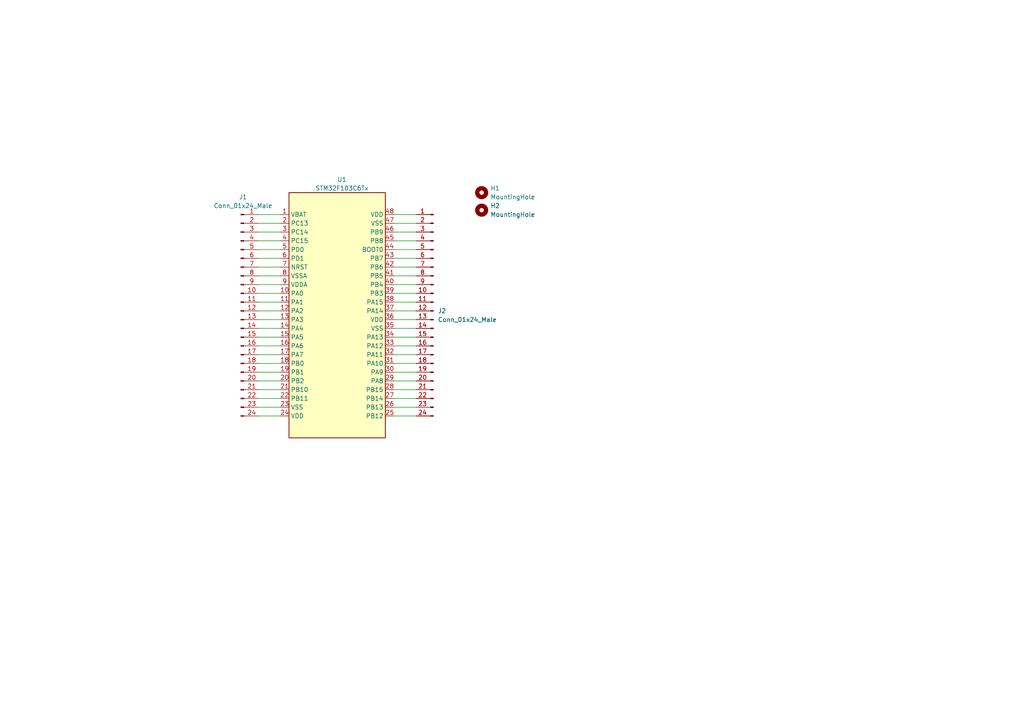
<source format=kicad_sch>
(kicad_sch (version 20211123) (generator eeschema)
  (paper "A4")
  (lib_symbols
    (symbol "Connector:Conn_01x24_Male" (pin_names (offset 1.016) hide)
      (property "Reference" "J" (at 0 30.48 0))
      (property "Value" "Conn_01x24_Male" (at 0 -33.02 0))
      (symbol "Conn_01x24_Male_1_1"
        (polyline (pts (xy 1.27 -30.48) (xy 0.8636 -30.48)) (stroke (width 0.1524)))
        (polyline (pts (xy 1.27 -27.94) (xy 0.8636 -27.94)) (stroke (width 0.1524)))
        (polyline (pts (xy 1.27 -25.4) (xy 0.8636 -25.4)) (stroke (width 0.1524)))
        (polyline (pts (xy 1.27 -22.86) (xy 0.8636 -22.86)) (stroke (width 0.1524)))
        (polyline (pts (xy 1.27 -20.32) (xy 0.8636 -20.32)) (stroke (width 0.1524)))
        (polyline (pts (xy 1.27 -17.78) (xy 0.8636 -17.78)) (stroke (width 0.1524)))
        (polyline (pts (xy 1.27 -15.24) (xy 0.8636 -15.24)) (stroke (width 0.1524)))
        (polyline (pts (xy 1.27 -12.7) (xy 0.8636 -12.7)) (stroke (width 0.1524)))
        (polyline (pts (xy 1.27 -10.16) (xy 0.8636 -10.16)) (stroke (width 0.1524)))
        (polyline (pts (xy 1.27 -7.62) (xy 0.8636 -7.62)) (stroke (width 0.1524)))
        (polyline (pts (xy 1.27 -5.08) (xy 0.8636 -5.08)) (stroke (width 0.1524)))
        (polyline (pts (xy 1.27 -2.54) (xy 0.8636 -2.54)) (stroke (width 0.1524)))
        (polyline (pts (xy 1.27 0) (xy 0.8636 0)) (stroke (width 0.1524)))
        (polyline (pts (xy 1.27 2.54) (xy 0.8636 2.54)) (stroke (width 0.1524)))
        (polyline (pts (xy 1.27 5.08) (xy 0.8636 5.08)) (stroke (width 0.1524)))
        (polyline (pts (xy 1.27 7.62) (xy 0.8636 7.62)) (stroke (width 0.1524)))
        (polyline (pts (xy 1.27 10.16) (xy 0.8636 10.16)) (stroke (width 0.1524)))
        (polyline (pts (xy 1.27 12.7) (xy 0.8636 12.7)) (stroke (width 0.1524)))
        (polyline (pts (xy 1.27 15.24) (xy 0.8636 15.24)) (stroke (width 0.1524)))
        (polyline (pts (xy 1.27 17.78) (xy 0.8636 17.78)) (stroke (width 0.1524)))
        (polyline (pts (xy 1.27 20.32) (xy 0.8636 20.32)) (stroke (width 0.1524)))
        (polyline (pts (xy 1.27 22.86) (xy 0.8636 22.86)) (stroke (width 0.1524)))
        (polyline (pts (xy 1.27 25.4) (xy 0.8636 25.4)) (stroke (width 0.1524)))
        (polyline (pts (xy 1.27 27.94) (xy 0.8636 27.94)) (stroke (width 0.1524)))
        (rectangle (start 0.8636 -30.353) (end 0 -30.607) (stroke (width 0.1524)) (fill (type outline)))
        (rectangle (start 0.8636 -27.813) (end 0 -28.067) (stroke (width 0.1524)) (fill (type outline)))
        (rectangle (start 0.8636 -25.273) (end 0 -25.527) (stroke (width 0.1524)) (fill (type outline)))
        (rectangle (start 0.8636 -22.733) (end 0 -22.987) (stroke (width 0.1524)) (fill (type outline)))
        (rectangle (start 0.8636 -20.193) (end 0 -20.447) (stroke (width 0.1524)) (fill (type outline)))
        (rectangle (start 0.8636 -17.653) (end 0 -17.907) (stroke (width 0.1524)) (fill (type outline)))
        (rectangle (start 0.8636 -15.113) (end 0 -15.367) (stroke (width 0.1524)) (fill (type outline)))
        (rectangle (start 0.8636 -12.573) (end 0 -12.827) (stroke (width 0.1524)) (fill (type outline)))
        (rectangle (start 0.8636 -10.033) (end 0 -10.287) (stroke (width 0.1524)) (fill (type outline)))
        (rectangle (start 0.8636 -7.493) (end 0 -7.747) (stroke (width 0.1524)) (fill (type outline)))
        (rectangle (start 0.8636 -4.953) (end 0 -5.207) (stroke (width 0.1524)) (fill (type outline)))
        (rectangle (start 0.8636 -2.413) (end 0 -2.667) (stroke (width 0.1524)) (fill (type outline)))
        (rectangle (start 0.8636 0.127) (end 0 -0.127) (stroke (width 0.1524)) (fill (type outline)))
        (rectangle (start 0.8636 2.667) (end 0 2.413) (stroke (width 0.1524)) (fill (type outline)))
        (rectangle (start 0.8636 5.207) (end 0 4.953) (stroke (width 0.1524)) (fill (type outline)))
        (rectangle (start 0.8636 7.747) (end 0 7.493) (stroke (width 0.1524)) (fill (type outline)))
        (rectangle (start 0.8636 10.287) (end 0 10.033) (stroke (width 0.1524)) (fill (type outline)))
        (rectangle (start 0.8636 12.827) (end 0 12.573) (stroke (width 0.1524)) (fill (type outline)))
        (rectangle (start 0.8636 15.367) (end 0 15.113) (stroke (width 0.1524)) (fill (type outline)))
        (rectangle (start 0.8636 17.907) (end 0 17.653) (stroke (width 0.1524)) (fill (type outline)))
        (rectangle (start 0.8636 20.447) (end 0 20.193) (stroke (width 0.1524)) (fill (type outline)))
        (rectangle (start 0.8636 22.987) (end 0 22.733) (stroke (width 0.1524)) (fill (type outline)))
        (rectangle (start 0.8636 25.527) (end 0 25.273) (stroke (width 0.1524)) (fill (type outline)))
        (rectangle (start 0.8636 28.067) (end 0 27.813) (stroke (width 0.1524)) (fill (type outline)))
        (pin passive line (at 5.08 27.94 180) (length 3.81) (name "Pin_1") (number "1"))
        (pin passive line (at 5.08 5.08 180) (length 3.81) (name "Pin_10") (number "10"))
        (pin passive line (at 5.08 2.54 180) (length 3.81) (name "Pin_11") (number "11"))
        (pin passive line (at 5.08 0 180) (length 3.81) (name "Pin_12") (number "12"))
        (pin passive line (at 5.08 -2.54 180) (length 3.81) (name "Pin_13") (number "13"))
        (pin passive line (at 5.08 -5.08 180) (length 3.81) (name "Pin_14") (number "14"))
        (pin passive line (at 5.08 -7.62 180) (length 3.81) (name "Pin_15") (number "15"))
        (pin passive line (at 5.08 -10.16 180) (length 3.81) (name "Pin_16") (number "16"))
        (pin passive line (at 5.08 -12.7 180) (length 3.81) (name "Pin_17") (number "17"))
        (pin passive line (at 5.08 -15.24 180) (length 3.81) (name "Pin_18") (number "18"))
        (pin passive line (at 5.08 -17.78 180) (length 3.81) (name "Pin_19") (number "19"))
        (pin passive line (at 5.08 25.4 180) (length 3.81) (name "Pin_2") (number "2"))
        (pin passive line (at 5.08 -20.32 180) (length 3.81) (name "Pin_20") (number "20"))
        (pin passive line (at 5.08 -22.86 180) (length 3.81) (name "Pin_21") (number "21"))
        (pin passive line (at 5.08 -25.4 180) (length 3.81) (name "Pin_22") (number "22"))
        (pin passive line (at 5.08 -27.94 180) (length 3.81) (name "Pin_23") (number "23"))
        (pin passive line (at 5.08 -30.48 180) (length 3.81) (name "Pin_24") (number "24"))
        (pin passive line (at 5.08 22.86 180) (length 3.81) (name "Pin_3") (number "3"))
        (pin passive line (at 5.08 20.32 180) (length 3.81) (name "Pin_4") (number "4"))
        (pin passive line (at 5.08 17.78 180) (length 3.81) (name "Pin_5") (number "5"))
        (pin passive line (at 5.08 15.24 180) (length 3.81) (name "Pin_6") (number "6"))
        (pin passive line (at 5.08 12.7 180) (length 3.81) (name "Pin_7") (number "7"))
        (pin passive line (at 5.08 10.16 180) (length 3.81) (name "Pin_8") (number "8"))
        (pin passive line (at 5.08 7.62 180) (length 3.81) (name "Pin_9") (number "9"))
      )
    )
    (symbol "MCU_ST_STM32F1:STM32F103C6Tx"
      (property "Reference" "U?" (at -1.27 43.18 0))
      (property "Value" "STM32F103C6Tx" (at -7.62 40.64 0))
      (symbol "STM32F103C6Tx_0_1"
        (rectangle (start -15.24 -31.75) (end 12.7 39.37) (stroke (width 0.254)) (fill (type background)))
      )
      (symbol "STM32F103C6Tx_1_1"
        (pin power_in line (at -17.78 33.02 0) (length 2.54) (name "VBAT") (number "1"))
        (pin bidirectional line (at -17.78 10.16 0) (length 2.54) (name "PA0") (number "10"))
        (pin bidirectional line (at -17.78 7.62 0) (length 2.54) (name "PA1") (number "11"))
        (pin bidirectional line (at -17.78 5.08 0) (length 2.54) (name "PA2") (number "12"))
        (pin bidirectional line (at -17.78 2.54 0) (length 2.54) (name "PA3") (number "13"))
        (pin bidirectional line (at -17.78 0 0) (length 2.54) (name "PA4") (number "14"))
        (pin bidirectional line (at -17.78 -2.54 0) (length 2.54) (name "PA5") (number "15"))
        (pin bidirectional line (at -17.78 -5.08 0) (length 2.54) (name "PA6") (number "16"))
        (pin bidirectional line (at -17.78 -7.62 0) (length 2.54) (name "PA7") (number "17"))
        (pin bidirectional line (at -17.78 -10.16 0) (length 2.54) (name "PB0") (number "18"))
        (pin bidirectional line (at -17.78 -12.7 0) (length 2.54) (name "PB1") (number "19"))
        (pin bidirectional line (at -17.78 30.48 0) (length 2.54) (name "PC13") (number "2"))
        (pin bidirectional line (at -17.78 -15.24 0) (length 2.54) (name "PB2") (number "20"))
        (pin bidirectional line (at -17.78 -17.78 0) (length 2.54) (name "PB10") (number "21"))
        (pin bidirectional line (at -17.78 -20.32 0) (length 2.54) (name "PB11") (number "22"))
        (pin power_in line (at -17.78 -22.86 0) (length 2.54) (name "VSS") (number "23"))
        (pin power_in line (at -17.78 -25.4 0) (length 2.54) (name "VDD") (number "24"))
        (pin bidirectional line (at 15.24 -25.4 180) (length 2.54) (name "PB12") (number "25"))
        (pin bidirectional line (at 15.24 -22.86 180) (length 2.54) (name "PB13") (number "26"))
        (pin bidirectional line (at 15.24 -20.32 180) (length 2.54) (name "PB14") (number "27"))
        (pin bidirectional line (at 15.24 -17.78 180) (length 2.54) (name "PB15") (number "28"))
        (pin bidirectional line (at 15.24 -15.24 180) (length 2.54) (name "PA8") (number "29"))
        (pin bidirectional line (at -17.78 27.94 0) (length 2.54) (name "PC14") (number "3"))
        (pin bidirectional line (at 15.24 -12.7 180) (length 2.54) (name "PA9") (number "30"))
        (pin bidirectional line (at 15.24 -10.16 180) (length 2.54) (name "PA10") (number "31"))
        (pin bidirectional line (at 15.24 -7.62 180) (length 2.54) (name "PA11") (number "32"))
        (pin bidirectional line (at 15.24 -5.08 180) (length 2.54) (name "PA12") (number "33"))
        (pin bidirectional line (at 15.24 -2.54 180) (length 2.54) (name "PA13") (number "34"))
        (pin power_in line (at 15.24 0 180) (length 2.54) (name "VSS") (number "35"))
        (pin power_in line (at 15.24 2.54 180) (length 2.54) (name "VDD") (number "36"))
        (pin bidirectional line (at 15.24 5.08 180) (length 2.54) (name "PA14") (number "37"))
        (pin bidirectional line (at 15.24 7.62 180) (length 2.54) (name "PA15") (number "38"))
        (pin bidirectional line (at 15.24 10.16 180) (length 2.54) (name "PB3") (number "39"))
        (pin bidirectional line (at -17.78 25.4 0) (length 2.54) (name "PC15") (number "4"))
        (pin bidirectional line (at 15.24 12.7 180) (length 2.54) (name "PB4") (number "40"))
        (pin bidirectional line (at 15.24 15.24 180) (length 2.54) (name "PB5") (number "41"))
        (pin bidirectional line (at 15.24 17.78 180) (length 2.54) (name "PB6") (number "42"))
        (pin bidirectional line (at 15.24 20.32 180) (length 2.54) (name "PB7") (number "43"))
        (pin input line (at 15.24 22.86 180) (length 2.54) (name "BOOT0") (number "44"))
        (pin bidirectional line (at 15.24 25.4 180) (length 2.54) (name "PB8") (number "45"))
        (pin bidirectional line (at 15.24 27.94 180) (length 2.54) (name "PB9") (number "46"))
        (pin power_in line (at 15.24 30.48 180) (length 2.54) (name "VSS") (number "47"))
        (pin power_in line (at 15.24 33.02 180) (length 2.54) (name "VDD") (number "48"))
        (pin input line (at -17.78 22.86 0) (length 2.54) (name "PD0") (number "5"))
        (pin input line (at -17.78 20.32 0) (length 2.54) (name "PD1") (number "6"))
        (pin input line (at -17.78 17.78 0) (length 2.54) (name "NRST") (number "7"))
        (pin power_in line (at -17.78 15.24 0) (length 2.54) (name "VSSA") (number "8"))
        (pin power_in line (at -17.78 12.7 0) (length 2.54) (name "VDDA") (number "9"))
      )
    )
    (symbol "Mechanical:MountingHole" (pin_names (offset 1.016))
      (property "Reference" "H" (at 0 5.08 0))
      (property "Value" "MountingHole" (at 0 3.175 0))
      (symbol "MountingHole_0_1"
        (circle (center 0 0) (radius 1.27) (stroke (width 1.27)))
      )
    )
  )
  (wire (pts (xy 74.93 67.31) (xy 81.28 67.31)))
  (wire (pts (xy 114.3 97.79) (xy 120.65 97.79)))
  (wire (pts (xy 114.3 113.03) (xy 120.65 113.03)))
  (wire (pts (xy 114.3 95.25) (xy 120.65 95.25)))
  (wire (pts (xy 114.3 64.77) (xy 120.65 64.77)))
  (wire (pts (xy 74.93 105.41) (xy 81.28 105.41)))
  (wire (pts (xy 114.3 80.01) (xy 120.65 80.01)))
  (wire (pts (xy 114.3 100.33) (xy 120.65 100.33)))
  (wire (pts (xy 74.93 102.87) (xy 81.28 102.87)))
  (wire (pts (xy 74.93 107.95) (xy 81.28 107.95)))
  (wire (pts (xy 74.93 118.11) (xy 81.28 118.11)))
  (wire (pts (xy 74.93 113.03) (xy 81.28 113.03)))
  (wire (pts (xy 114.3 72.39) (xy 120.65 72.39)))
  (wire (pts (xy 74.93 62.23) (xy 81.28 62.23)))
  (wire (pts (xy 74.93 77.47) (xy 81.28 77.47)))
  (wire (pts (xy 114.3 115.57) (xy 120.65 115.57)))
  (wire (pts (xy 74.93 120.65) (xy 81.28 120.65)))
  (wire (pts (xy 74.93 80.01) (xy 81.28 80.01)))
  (wire (pts (xy 74.93 72.39) (xy 81.28 72.39)))
  (wire (pts (xy 114.3 90.17) (xy 120.65 90.17)))
  (wire (pts (xy 74.93 74.93) (xy 81.28 74.93)))
  (wire (pts (xy 114.3 87.63) (xy 120.65 87.63)))
  (wire (pts (xy 74.93 69.85) (xy 81.28 69.85)))
  (wire (pts (xy 74.93 82.55) (xy 81.28 82.55)))
  (wire (pts (xy 114.3 110.49) (xy 120.65 110.49)))
  (wire (pts (xy 74.93 87.63) (xy 81.28 87.63)))
  (wire (pts (xy 74.93 64.77) (xy 81.28 64.77)))
  (wire (pts (xy 114.3 77.47) (xy 120.65 77.47)))
  (wire (pts (xy 74.93 92.71) (xy 81.28 92.71)))
  (wire (pts (xy 114.3 118.11) (xy 120.65 118.11)))
  (wire (pts (xy 114.3 85.09) (xy 120.65 85.09)))
  (wire (pts (xy 74.93 115.57) (xy 81.28 115.57)))
  (wire (pts (xy 114.3 102.87) (xy 120.65 102.87)))
  (wire (pts (xy 114.3 120.65) (xy 120.65 120.65)))
  (wire (pts (xy 114.3 107.95) (xy 120.65 107.95)))
  (wire (pts (xy 74.93 110.49) (xy 81.28 110.49)))
  (wire (pts (xy 74.93 90.17) (xy 81.28 90.17)))
  (wire (pts (xy 74.93 100.33) (xy 81.28 100.33)))
  (wire (pts (xy 114.3 74.93) (xy 120.65 74.93)))
  (wire (pts (xy 74.93 97.79) (xy 81.28 97.79)))
  (wire (pts (xy 114.3 62.23) (xy 120.65 62.23)))
  (wire (pts (xy 114.3 69.85) (xy 120.65 69.85)))
  (wire (pts (xy 114.3 105.41) (xy 120.65 105.41)))
  (wire (pts (xy 114.3 82.55) (xy 120.65 82.55)))
  (wire (pts (xy 74.93 85.09) (xy 81.28 85.09)))
  (wire (pts (xy 114.3 92.71) (xy 120.65 92.71)))
  (wire (pts (xy 114.3 67.31) (xy 120.65 67.31)))
  (wire (pts (xy 74.93 95.25) (xy 81.28 95.25)))
  (symbol (lib_id "Connector:Conn_01x24_Male") (at 125.73 90.17 0) (mirror y) (unit 1)
    (property "Reference" "J2" (at 127 90.1699 0) (effects (justify right)))
    (property "Value" "Conn_01x24_Male" (at 127 92.7099 0) (effects (justify right)))
    (property "Footprint" "Connector_PinHeader_2.54mm:PinHeader_1x24_P2.54mm_Vertical" (effects hide))
  )
  (symbol (lib_id "MCU_ST_STM32F1:STM32F103C6Tx") (at 99.06 95.25 0) (unit 1)
    (property "Reference" "U1" (at 97.79 52.07 0) (effects (justify left)))
    (property "Value" "STM32F103C6Tx" (at 91.44 54.61 0) (effects (justify left)))
    (property "Footprint" "Package_QFP:LQFP-48_7x7mm_P0.5mm" (effects hide))
    (property "Datasheet" "http://www.st.com/st-web-ui/static/active/en/resource/technical/document/datasheet/CD00210843.pdf" (effects hide))
  )
  (symbol (lib_id "Mechanical:MountingHole") (at 139.7 60.96 0) (unit 1)
    (property "Reference" "H2" (at 142.24 59.6899 0) (effects (justify left)))
    (property "Value" "MountingHole" (at 142.24 62.2299 0) (effects (justify left)))
    (property "Footprint" "MountingHole:MountingHole_3.2mm_M3" (effects hide))
  )
  (symbol (lib_id "Mechanical:MountingHole") (at 139.7 55.88 0) (unit 1)
    (property "Reference" "H1" (at 142.24 54.6099 0) (effects (justify left)))
    (property "Value" "MountingHole" (at 142.24 57.1499 0) (effects (justify left)))
    (property "Footprint" "MountingHole:MountingHole_3.2mm_M3" (effects hide))
  )
  (symbol (lib_id "Connector:Conn_01x24_Male") (at 69.85 90.17 0) (unit 1)
    (property "Reference" "J1" (at 70.485 57.15 0))
    (property "Value" "Conn_01x24_Male" (at 70.485 59.69 0))
    (property "Footprint" "Connector_PinHeader_2.54mm:PinHeader_1x24_P2.54mm_Vertical" (effects hide))
  )
)
</source>
